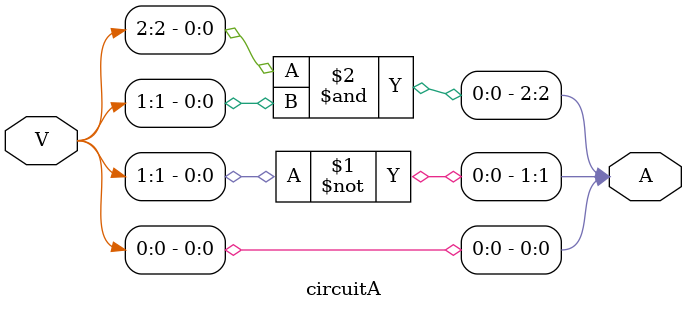
<source format=sv>

module circuitA (V, A);
  input [2:0] V;    // 3-bit input
  output [2:0] A;   // 3-bit output

  // Behavioral code for circuitA
  assign A[0] = V[0];
  assign A[1] = ~V[1];
  assign A[2] = (V[2] & V[1]);
endmodule
</source>
